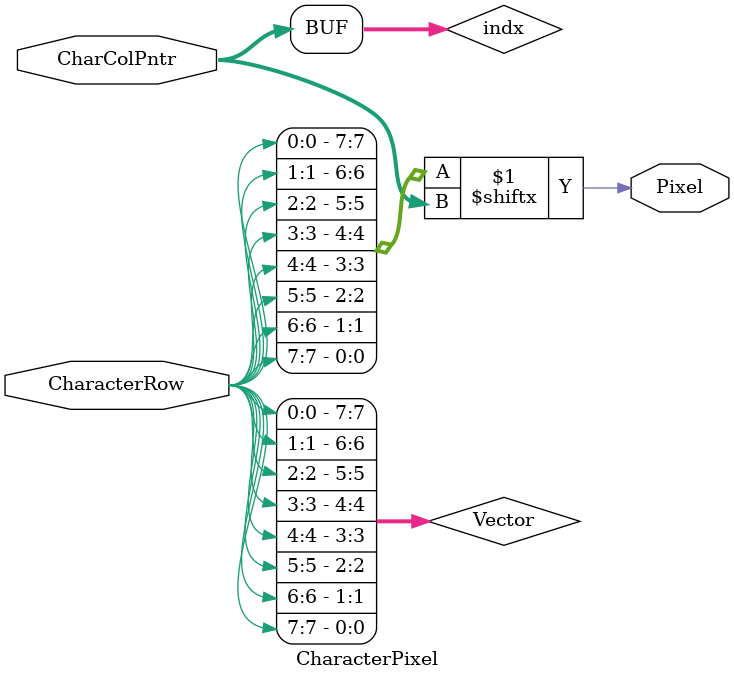
<source format=v>
module CharacterPixel(
	input [7:0] CharacterRow,
	input [2:0] CharColPntr, output Pixel);
	wire [2:0] indx = {CharColPntr[2], CharColPntr[1], CharColPntr[0]};
	wire [7:0] Vector = {
		CharacterRow[0], CharacterRow[1],
		CharacterRow[2], CharacterRow[3],
		CharacterRow[4], CharacterRow[5],
		CharacterRow[6], CharacterRow[7]
	};
	
	assign Pixel = Vector[indx];
	
endmodule 
</source>
